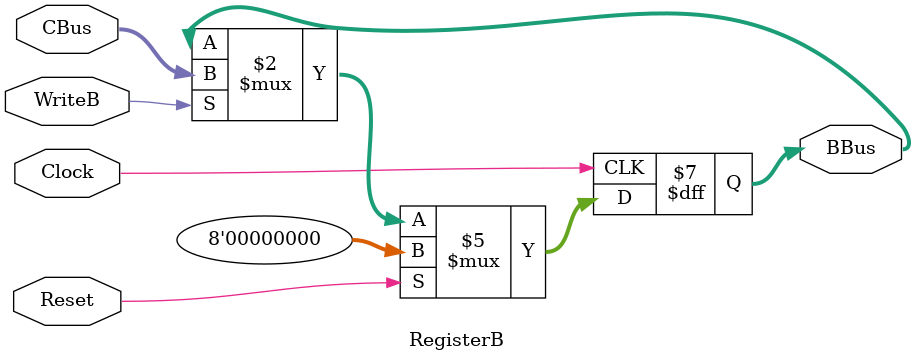
<source format=sv>
module RegisterB (CBus, WriteB, Clock, Reset, BBus);

	input WriteB, Clock, Reset; input [7:0] CBus; 
	output logic [7:0] BBus;

	always_ff @ (posedge Clock) begin
		if (Reset)
		begin
			BBus <= 8'b0;
		end
		else if (WriteB)
		begin
			BBus <= CBus;
		end
	end
endmodule

</source>
